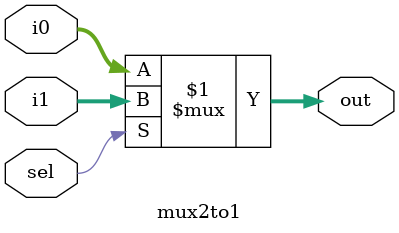
<source format=v>
`timescale 1ns / 1ps


module mux2to1(i0, i1, sel, out);
    input sel ;
    input [31:0] i0, i1;
    output [31:0] out ;
    assign out = sel ? i1 : i0 ;
endmodule

</source>
